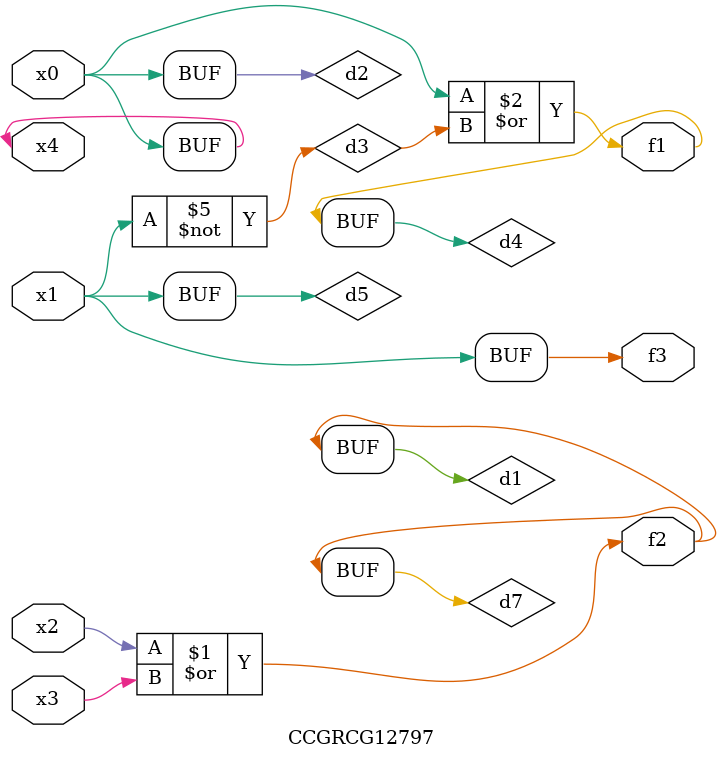
<source format=v>
module CCGRCG12797(
	input x0, x1, x2, x3, x4,
	output f1, f2, f3
);

	wire d1, d2, d3, d4, d5, d6, d7;

	or (d1, x2, x3);
	buf (d2, x0, x4);
	not (d3, x1);
	or (d4, d2, d3);
	not (d5, d3);
	nand (d6, d1, d3);
	or (d7, d1);
	assign f1 = d4;
	assign f2 = d7;
	assign f3 = d5;
endmodule

</source>
